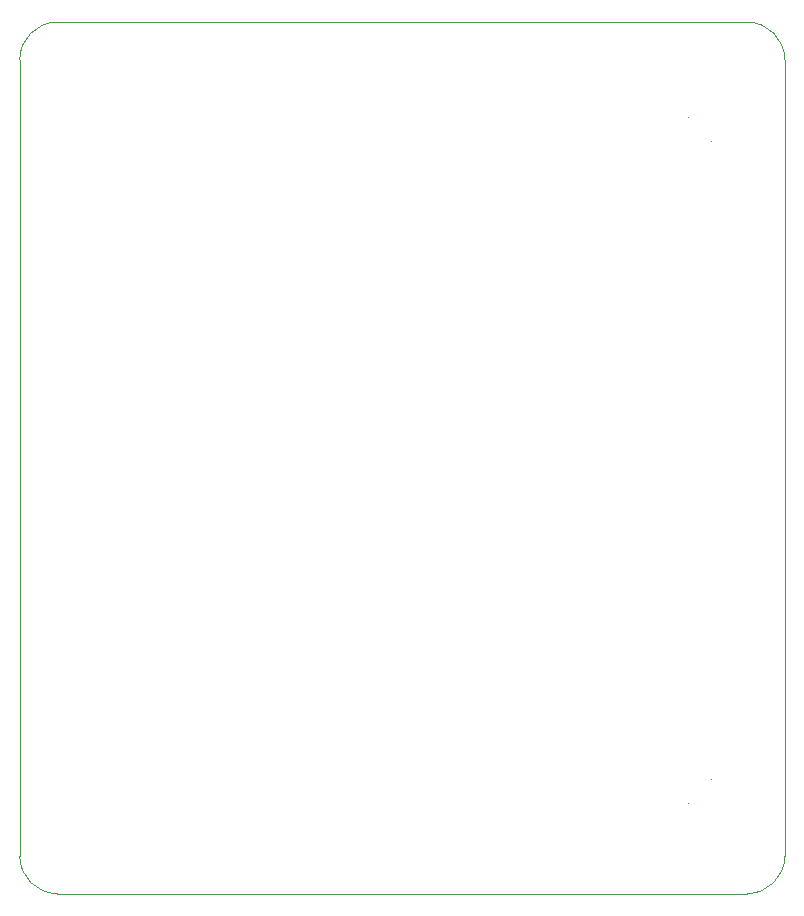
<source format=gbr>
%TF.GenerationSoftware,KiCad,Pcbnew,7.0.7*%
%TF.CreationDate,2023-11-23T15:16:13-08:00*%
%TF.ProjectId,PowerDistribution,506f7765-7244-4697-9374-726962757469,R1*%
%TF.SameCoordinates,Original*%
%TF.FileFunction,Profile,NP*%
%FSLAX46Y46*%
G04 Gerber Fmt 4.6, Leading zero omitted, Abs format (unit mm)*
G04 Created by KiCad (PCBNEW 7.0.7) date 2023-11-23 15:16:13*
%MOMM*%
%LPD*%
G01*
G04 APERTURE LIST*
%TA.AperFunction,Profile*%
%ADD10C,0.100000*%
%TD*%
G04 APERTURE END LIST*
D10*
X198789001Y-127325899D02*
X198789001Y-127325899D01*
X198789001Y-69275899D02*
X198789001Y-69275899D01*
X145410000Y-61215000D02*
G75*
G03*
X142240000Y-64385000I0J-3170000D01*
G01*
X142240000Y-131825000D02*
G75*
G03*
X145410000Y-134995000I3170000J0D01*
G01*
X207010000Y-64385000D02*
G75*
G03*
X203840000Y-61215000I-3170000J0D01*
G01*
X207010000Y-123825000D02*
X207010000Y-131825000D01*
X142240000Y-72385000D02*
X142240000Y-64385000D01*
X142240000Y-123825000D02*
X142240000Y-131825000D01*
X207010000Y-72385000D02*
X207010000Y-64385000D01*
X145410000Y-134995000D02*
X203840000Y-134995000D01*
X200789001Y-71275899D02*
X200789001Y-71275899D01*
X207010000Y-123825000D02*
X207010000Y-72385000D01*
X142240000Y-72385000D02*
X142240000Y-123825000D01*
X203840000Y-61215000D02*
X145410000Y-61215000D01*
X200789001Y-125325899D02*
X200789001Y-125325899D01*
X203840000Y-134995000D02*
G75*
G03*
X207010000Y-131825000I0J3170000D01*
G01*
M02*

</source>
